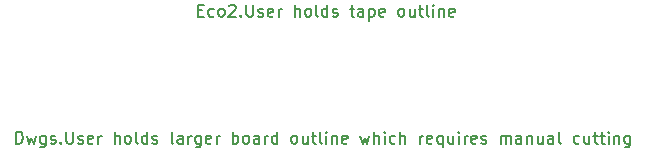
<source format=gbr>
%TF.GenerationSoftware,KiCad,Pcbnew,(5.1.6)-1*%
%TF.CreationDate,2020-09-29T11:24:49-07:00*%
%TF.ProjectId,Miniscope-v4-VDD-PIX-FC,4d696e69-7363-46f7-9065-2d76342d5644,rev?*%
%TF.SameCoordinates,Original*%
%TF.FileFunction,Other,Comment*%
%FSLAX46Y46*%
G04 Gerber Fmt 4.6, Leading zero omitted, Abs format (unit mm)*
G04 Created by KiCad (PCBNEW (5.1.6)-1) date 2020-09-29 11:24:49*
%MOMM*%
%LPD*%
G01*
G04 APERTURE LIST*
%ADD10C,0.150000*%
G04 APERTURE END LIST*
D10*
X121875409Y-104279980D02*
X121875409Y-103279980D01*
X122113504Y-103279980D01*
X122256361Y-103327600D01*
X122351600Y-103422838D01*
X122399219Y-103518076D01*
X122446838Y-103708552D01*
X122446838Y-103851409D01*
X122399219Y-104041885D01*
X122351600Y-104137123D01*
X122256361Y-104232361D01*
X122113504Y-104279980D01*
X121875409Y-104279980D01*
X122780171Y-103613314D02*
X122970647Y-104279980D01*
X123161123Y-103803790D01*
X123351600Y-104279980D01*
X123542076Y-103613314D01*
X124351600Y-103613314D02*
X124351600Y-104422838D01*
X124303980Y-104518076D01*
X124256361Y-104565695D01*
X124161123Y-104613314D01*
X124018266Y-104613314D01*
X123923028Y-104565695D01*
X124351600Y-104232361D02*
X124256361Y-104279980D01*
X124065885Y-104279980D01*
X123970647Y-104232361D01*
X123923028Y-104184742D01*
X123875409Y-104089504D01*
X123875409Y-103803790D01*
X123923028Y-103708552D01*
X123970647Y-103660933D01*
X124065885Y-103613314D01*
X124256361Y-103613314D01*
X124351600Y-103660933D01*
X124780171Y-104232361D02*
X124875409Y-104279980D01*
X125065885Y-104279980D01*
X125161123Y-104232361D01*
X125208742Y-104137123D01*
X125208742Y-104089504D01*
X125161123Y-103994266D01*
X125065885Y-103946647D01*
X124923028Y-103946647D01*
X124827790Y-103899028D01*
X124780171Y-103803790D01*
X124780171Y-103756171D01*
X124827790Y-103660933D01*
X124923028Y-103613314D01*
X125065885Y-103613314D01*
X125161123Y-103660933D01*
X125637314Y-104184742D02*
X125684933Y-104232361D01*
X125637314Y-104279980D01*
X125589695Y-104232361D01*
X125637314Y-104184742D01*
X125637314Y-104279980D01*
X126113504Y-103279980D02*
X126113504Y-104089504D01*
X126161123Y-104184742D01*
X126208742Y-104232361D01*
X126303980Y-104279980D01*
X126494457Y-104279980D01*
X126589695Y-104232361D01*
X126637314Y-104184742D01*
X126684933Y-104089504D01*
X126684933Y-103279980D01*
X127113504Y-104232361D02*
X127208742Y-104279980D01*
X127399219Y-104279980D01*
X127494457Y-104232361D01*
X127542076Y-104137123D01*
X127542076Y-104089504D01*
X127494457Y-103994266D01*
X127399219Y-103946647D01*
X127256361Y-103946647D01*
X127161123Y-103899028D01*
X127113504Y-103803790D01*
X127113504Y-103756171D01*
X127161123Y-103660933D01*
X127256361Y-103613314D01*
X127399219Y-103613314D01*
X127494457Y-103660933D01*
X128351600Y-104232361D02*
X128256361Y-104279980D01*
X128065885Y-104279980D01*
X127970647Y-104232361D01*
X127923028Y-104137123D01*
X127923028Y-103756171D01*
X127970647Y-103660933D01*
X128065885Y-103613314D01*
X128256361Y-103613314D01*
X128351600Y-103660933D01*
X128399219Y-103756171D01*
X128399219Y-103851409D01*
X127923028Y-103946647D01*
X128827790Y-104279980D02*
X128827790Y-103613314D01*
X128827790Y-103803790D02*
X128875409Y-103708552D01*
X128923028Y-103660933D01*
X129018266Y-103613314D01*
X129113504Y-103613314D01*
X130208742Y-104279980D02*
X130208742Y-103279980D01*
X130637314Y-104279980D02*
X130637314Y-103756171D01*
X130589695Y-103660933D01*
X130494457Y-103613314D01*
X130351600Y-103613314D01*
X130256361Y-103660933D01*
X130208742Y-103708552D01*
X131256361Y-104279980D02*
X131161123Y-104232361D01*
X131113504Y-104184742D01*
X131065885Y-104089504D01*
X131065885Y-103803790D01*
X131113504Y-103708552D01*
X131161123Y-103660933D01*
X131256361Y-103613314D01*
X131399219Y-103613314D01*
X131494457Y-103660933D01*
X131542076Y-103708552D01*
X131589695Y-103803790D01*
X131589695Y-104089504D01*
X131542076Y-104184742D01*
X131494457Y-104232361D01*
X131399219Y-104279980D01*
X131256361Y-104279980D01*
X132161123Y-104279980D02*
X132065885Y-104232361D01*
X132018266Y-104137123D01*
X132018266Y-103279980D01*
X132970647Y-104279980D02*
X132970647Y-103279980D01*
X132970647Y-104232361D02*
X132875409Y-104279980D01*
X132684933Y-104279980D01*
X132589695Y-104232361D01*
X132542076Y-104184742D01*
X132494457Y-104089504D01*
X132494457Y-103803790D01*
X132542076Y-103708552D01*
X132589695Y-103660933D01*
X132684933Y-103613314D01*
X132875409Y-103613314D01*
X132970647Y-103660933D01*
X133399219Y-104232361D02*
X133494457Y-104279980D01*
X133684933Y-104279980D01*
X133780171Y-104232361D01*
X133827790Y-104137123D01*
X133827790Y-104089504D01*
X133780171Y-103994266D01*
X133684933Y-103946647D01*
X133542076Y-103946647D01*
X133446838Y-103899028D01*
X133399219Y-103803790D01*
X133399219Y-103756171D01*
X133446838Y-103660933D01*
X133542076Y-103613314D01*
X133684933Y-103613314D01*
X133780171Y-103660933D01*
X135161123Y-104279980D02*
X135065885Y-104232361D01*
X135018266Y-104137123D01*
X135018266Y-103279980D01*
X135970647Y-104279980D02*
X135970647Y-103756171D01*
X135923028Y-103660933D01*
X135827790Y-103613314D01*
X135637314Y-103613314D01*
X135542076Y-103660933D01*
X135970647Y-104232361D02*
X135875409Y-104279980D01*
X135637314Y-104279980D01*
X135542076Y-104232361D01*
X135494457Y-104137123D01*
X135494457Y-104041885D01*
X135542076Y-103946647D01*
X135637314Y-103899028D01*
X135875409Y-103899028D01*
X135970647Y-103851409D01*
X136446838Y-104279980D02*
X136446838Y-103613314D01*
X136446838Y-103803790D02*
X136494457Y-103708552D01*
X136542076Y-103660933D01*
X136637314Y-103613314D01*
X136732552Y-103613314D01*
X137494457Y-103613314D02*
X137494457Y-104422838D01*
X137446838Y-104518076D01*
X137399219Y-104565695D01*
X137303980Y-104613314D01*
X137161123Y-104613314D01*
X137065885Y-104565695D01*
X137494457Y-104232361D02*
X137399219Y-104279980D01*
X137208742Y-104279980D01*
X137113504Y-104232361D01*
X137065885Y-104184742D01*
X137018266Y-104089504D01*
X137018266Y-103803790D01*
X137065885Y-103708552D01*
X137113504Y-103660933D01*
X137208742Y-103613314D01*
X137399219Y-103613314D01*
X137494457Y-103660933D01*
X138351600Y-104232361D02*
X138256361Y-104279980D01*
X138065885Y-104279980D01*
X137970647Y-104232361D01*
X137923028Y-104137123D01*
X137923028Y-103756171D01*
X137970647Y-103660933D01*
X138065885Y-103613314D01*
X138256361Y-103613314D01*
X138351600Y-103660933D01*
X138399219Y-103756171D01*
X138399219Y-103851409D01*
X137923028Y-103946647D01*
X138827790Y-104279980D02*
X138827790Y-103613314D01*
X138827790Y-103803790D02*
X138875409Y-103708552D01*
X138923028Y-103660933D01*
X139018266Y-103613314D01*
X139113504Y-103613314D01*
X140208742Y-104279980D02*
X140208742Y-103279980D01*
X140208742Y-103660933D02*
X140303980Y-103613314D01*
X140494457Y-103613314D01*
X140589695Y-103660933D01*
X140637314Y-103708552D01*
X140684933Y-103803790D01*
X140684933Y-104089504D01*
X140637314Y-104184742D01*
X140589695Y-104232361D01*
X140494457Y-104279980D01*
X140303980Y-104279980D01*
X140208742Y-104232361D01*
X141256361Y-104279980D02*
X141161123Y-104232361D01*
X141113504Y-104184742D01*
X141065885Y-104089504D01*
X141065885Y-103803790D01*
X141113504Y-103708552D01*
X141161123Y-103660933D01*
X141256361Y-103613314D01*
X141399219Y-103613314D01*
X141494457Y-103660933D01*
X141542076Y-103708552D01*
X141589695Y-103803790D01*
X141589695Y-104089504D01*
X141542076Y-104184742D01*
X141494457Y-104232361D01*
X141399219Y-104279980D01*
X141256361Y-104279980D01*
X142446838Y-104279980D02*
X142446838Y-103756171D01*
X142399219Y-103660933D01*
X142303980Y-103613314D01*
X142113504Y-103613314D01*
X142018266Y-103660933D01*
X142446838Y-104232361D02*
X142351600Y-104279980D01*
X142113504Y-104279980D01*
X142018266Y-104232361D01*
X141970647Y-104137123D01*
X141970647Y-104041885D01*
X142018266Y-103946647D01*
X142113504Y-103899028D01*
X142351600Y-103899028D01*
X142446838Y-103851409D01*
X142923028Y-104279980D02*
X142923028Y-103613314D01*
X142923028Y-103803790D02*
X142970647Y-103708552D01*
X143018266Y-103660933D01*
X143113504Y-103613314D01*
X143208742Y-103613314D01*
X143970647Y-104279980D02*
X143970647Y-103279980D01*
X143970647Y-104232361D02*
X143875409Y-104279980D01*
X143684933Y-104279980D01*
X143589695Y-104232361D01*
X143542076Y-104184742D01*
X143494457Y-104089504D01*
X143494457Y-103803790D01*
X143542076Y-103708552D01*
X143589695Y-103660933D01*
X143684933Y-103613314D01*
X143875409Y-103613314D01*
X143970647Y-103660933D01*
X145351600Y-104279980D02*
X145256361Y-104232361D01*
X145208742Y-104184742D01*
X145161123Y-104089504D01*
X145161123Y-103803790D01*
X145208742Y-103708552D01*
X145256361Y-103660933D01*
X145351600Y-103613314D01*
X145494457Y-103613314D01*
X145589695Y-103660933D01*
X145637314Y-103708552D01*
X145684933Y-103803790D01*
X145684933Y-104089504D01*
X145637314Y-104184742D01*
X145589695Y-104232361D01*
X145494457Y-104279980D01*
X145351600Y-104279980D01*
X146542076Y-103613314D02*
X146542076Y-104279980D01*
X146113504Y-103613314D02*
X146113504Y-104137123D01*
X146161123Y-104232361D01*
X146256361Y-104279980D01*
X146399219Y-104279980D01*
X146494457Y-104232361D01*
X146542076Y-104184742D01*
X146875409Y-103613314D02*
X147256361Y-103613314D01*
X147018266Y-103279980D02*
X147018266Y-104137123D01*
X147065885Y-104232361D01*
X147161123Y-104279980D01*
X147256361Y-104279980D01*
X147732552Y-104279980D02*
X147637314Y-104232361D01*
X147589695Y-104137123D01*
X147589695Y-103279980D01*
X148113504Y-104279980D02*
X148113504Y-103613314D01*
X148113504Y-103279980D02*
X148065885Y-103327600D01*
X148113504Y-103375219D01*
X148161123Y-103327600D01*
X148113504Y-103279980D01*
X148113504Y-103375219D01*
X148589695Y-103613314D02*
X148589695Y-104279980D01*
X148589695Y-103708552D02*
X148637314Y-103660933D01*
X148732552Y-103613314D01*
X148875409Y-103613314D01*
X148970647Y-103660933D01*
X149018266Y-103756171D01*
X149018266Y-104279980D01*
X149875409Y-104232361D02*
X149780171Y-104279980D01*
X149589695Y-104279980D01*
X149494457Y-104232361D01*
X149446838Y-104137123D01*
X149446838Y-103756171D01*
X149494457Y-103660933D01*
X149589695Y-103613314D01*
X149780171Y-103613314D01*
X149875409Y-103660933D01*
X149923028Y-103756171D01*
X149923028Y-103851409D01*
X149446838Y-103946647D01*
X151018266Y-103613314D02*
X151208742Y-104279980D01*
X151399219Y-103803790D01*
X151589695Y-104279980D01*
X151780171Y-103613314D01*
X152161123Y-104279980D02*
X152161123Y-103279980D01*
X152589695Y-104279980D02*
X152589695Y-103756171D01*
X152542076Y-103660933D01*
X152446838Y-103613314D01*
X152303980Y-103613314D01*
X152208742Y-103660933D01*
X152161123Y-103708552D01*
X153065885Y-104279980D02*
X153065885Y-103613314D01*
X153065885Y-103279980D02*
X153018266Y-103327600D01*
X153065885Y-103375219D01*
X153113504Y-103327600D01*
X153065885Y-103279980D01*
X153065885Y-103375219D01*
X153970647Y-104232361D02*
X153875409Y-104279980D01*
X153684933Y-104279980D01*
X153589695Y-104232361D01*
X153542076Y-104184742D01*
X153494457Y-104089504D01*
X153494457Y-103803790D01*
X153542076Y-103708552D01*
X153589695Y-103660933D01*
X153684933Y-103613314D01*
X153875409Y-103613314D01*
X153970647Y-103660933D01*
X154399219Y-104279980D02*
X154399219Y-103279980D01*
X154827790Y-104279980D02*
X154827790Y-103756171D01*
X154780171Y-103660933D01*
X154684933Y-103613314D01*
X154542076Y-103613314D01*
X154446838Y-103660933D01*
X154399219Y-103708552D01*
X156065885Y-104279980D02*
X156065885Y-103613314D01*
X156065885Y-103803790D02*
X156113504Y-103708552D01*
X156161123Y-103660933D01*
X156256361Y-103613314D01*
X156351600Y-103613314D01*
X157065885Y-104232361D02*
X156970647Y-104279980D01*
X156780171Y-104279980D01*
X156684933Y-104232361D01*
X156637314Y-104137123D01*
X156637314Y-103756171D01*
X156684933Y-103660933D01*
X156780171Y-103613314D01*
X156970647Y-103613314D01*
X157065885Y-103660933D01*
X157113504Y-103756171D01*
X157113504Y-103851409D01*
X156637314Y-103946647D01*
X157970647Y-103613314D02*
X157970647Y-104613314D01*
X157970647Y-104232361D02*
X157875409Y-104279980D01*
X157684933Y-104279980D01*
X157589695Y-104232361D01*
X157542076Y-104184742D01*
X157494457Y-104089504D01*
X157494457Y-103803790D01*
X157542076Y-103708552D01*
X157589695Y-103660933D01*
X157684933Y-103613314D01*
X157875409Y-103613314D01*
X157970647Y-103660933D01*
X158875409Y-103613314D02*
X158875409Y-104279980D01*
X158446838Y-103613314D02*
X158446838Y-104137123D01*
X158494457Y-104232361D01*
X158589695Y-104279980D01*
X158732552Y-104279980D01*
X158827790Y-104232361D01*
X158875409Y-104184742D01*
X159351600Y-104279980D02*
X159351600Y-103613314D01*
X159351600Y-103279980D02*
X159303980Y-103327600D01*
X159351600Y-103375219D01*
X159399219Y-103327600D01*
X159351600Y-103279980D01*
X159351600Y-103375219D01*
X159827790Y-104279980D02*
X159827790Y-103613314D01*
X159827790Y-103803790D02*
X159875409Y-103708552D01*
X159923028Y-103660933D01*
X160018266Y-103613314D01*
X160113504Y-103613314D01*
X160827790Y-104232361D02*
X160732552Y-104279980D01*
X160542076Y-104279980D01*
X160446838Y-104232361D01*
X160399219Y-104137123D01*
X160399219Y-103756171D01*
X160446838Y-103660933D01*
X160542076Y-103613314D01*
X160732552Y-103613314D01*
X160827790Y-103660933D01*
X160875409Y-103756171D01*
X160875409Y-103851409D01*
X160399219Y-103946647D01*
X161256361Y-104232361D02*
X161351600Y-104279980D01*
X161542076Y-104279980D01*
X161637314Y-104232361D01*
X161684933Y-104137123D01*
X161684933Y-104089504D01*
X161637314Y-103994266D01*
X161542076Y-103946647D01*
X161399219Y-103946647D01*
X161303980Y-103899028D01*
X161256361Y-103803790D01*
X161256361Y-103756171D01*
X161303980Y-103660933D01*
X161399219Y-103613314D01*
X161542076Y-103613314D01*
X161637314Y-103660933D01*
X162875409Y-104279980D02*
X162875409Y-103613314D01*
X162875409Y-103708552D02*
X162923028Y-103660933D01*
X163018266Y-103613314D01*
X163161123Y-103613314D01*
X163256361Y-103660933D01*
X163303980Y-103756171D01*
X163303980Y-104279980D01*
X163303980Y-103756171D02*
X163351600Y-103660933D01*
X163446838Y-103613314D01*
X163589695Y-103613314D01*
X163684933Y-103660933D01*
X163732552Y-103756171D01*
X163732552Y-104279980D01*
X164637314Y-104279980D02*
X164637314Y-103756171D01*
X164589695Y-103660933D01*
X164494457Y-103613314D01*
X164303980Y-103613314D01*
X164208742Y-103660933D01*
X164637314Y-104232361D02*
X164542076Y-104279980D01*
X164303980Y-104279980D01*
X164208742Y-104232361D01*
X164161123Y-104137123D01*
X164161123Y-104041885D01*
X164208742Y-103946647D01*
X164303980Y-103899028D01*
X164542076Y-103899028D01*
X164637314Y-103851409D01*
X165113504Y-103613314D02*
X165113504Y-104279980D01*
X165113504Y-103708552D02*
X165161123Y-103660933D01*
X165256361Y-103613314D01*
X165399219Y-103613314D01*
X165494457Y-103660933D01*
X165542076Y-103756171D01*
X165542076Y-104279980D01*
X166446838Y-103613314D02*
X166446838Y-104279980D01*
X166018266Y-103613314D02*
X166018266Y-104137123D01*
X166065885Y-104232361D01*
X166161123Y-104279980D01*
X166303980Y-104279980D01*
X166399219Y-104232361D01*
X166446838Y-104184742D01*
X167351599Y-104279980D02*
X167351599Y-103756171D01*
X167303980Y-103660933D01*
X167208742Y-103613314D01*
X167018266Y-103613314D01*
X166923028Y-103660933D01*
X167351599Y-104232361D02*
X167256361Y-104279980D01*
X167018266Y-104279980D01*
X166923028Y-104232361D01*
X166875409Y-104137123D01*
X166875409Y-104041885D01*
X166923028Y-103946647D01*
X167018266Y-103899028D01*
X167256361Y-103899028D01*
X167351599Y-103851409D01*
X167970647Y-104279980D02*
X167875409Y-104232361D01*
X167827790Y-104137123D01*
X167827790Y-103279980D01*
X169542076Y-104232361D02*
X169446838Y-104279980D01*
X169256361Y-104279980D01*
X169161123Y-104232361D01*
X169113504Y-104184742D01*
X169065885Y-104089504D01*
X169065885Y-103803790D01*
X169113504Y-103708552D01*
X169161123Y-103660933D01*
X169256361Y-103613314D01*
X169446838Y-103613314D01*
X169542076Y-103660933D01*
X170399219Y-103613314D02*
X170399219Y-104279980D01*
X169970647Y-103613314D02*
X169970647Y-104137123D01*
X170018266Y-104232361D01*
X170113504Y-104279980D01*
X170256361Y-104279980D01*
X170351599Y-104232361D01*
X170399219Y-104184742D01*
X170732552Y-103613314D02*
X171113504Y-103613314D01*
X170875409Y-103279980D02*
X170875409Y-104137123D01*
X170923028Y-104232361D01*
X171018266Y-104279980D01*
X171113504Y-104279980D01*
X171303980Y-103613314D02*
X171684933Y-103613314D01*
X171446838Y-103279980D02*
X171446838Y-104137123D01*
X171494457Y-104232361D01*
X171589695Y-104279980D01*
X171684933Y-104279980D01*
X172018266Y-104279980D02*
X172018266Y-103613314D01*
X172018266Y-103279980D02*
X171970647Y-103327600D01*
X172018266Y-103375219D01*
X172065885Y-103327600D01*
X172018266Y-103279980D01*
X172018266Y-103375219D01*
X172494457Y-103613314D02*
X172494457Y-104279980D01*
X172494457Y-103708552D02*
X172542076Y-103660933D01*
X172637314Y-103613314D01*
X172780171Y-103613314D01*
X172875409Y-103660933D01*
X172923028Y-103756171D01*
X172923028Y-104279980D01*
X173827790Y-103613314D02*
X173827790Y-104422838D01*
X173780171Y-104518076D01*
X173732552Y-104565695D01*
X173637314Y-104613314D01*
X173494457Y-104613314D01*
X173399219Y-104565695D01*
X173827790Y-104232361D02*
X173732552Y-104279980D01*
X173542076Y-104279980D01*
X173446838Y-104232361D01*
X173399219Y-104184742D01*
X173351600Y-104089504D01*
X173351600Y-103803790D01*
X173399219Y-103708552D01*
X173446838Y-103660933D01*
X173542076Y-103613314D01*
X173732552Y-103613314D01*
X173827790Y-103660933D01*
X137268266Y-93006171D02*
X137601600Y-93006171D01*
X137744457Y-93529980D02*
X137268266Y-93529980D01*
X137268266Y-92529980D01*
X137744457Y-92529980D01*
X138601600Y-93482361D02*
X138506361Y-93529980D01*
X138315885Y-93529980D01*
X138220647Y-93482361D01*
X138173028Y-93434742D01*
X138125409Y-93339504D01*
X138125409Y-93053790D01*
X138173028Y-92958552D01*
X138220647Y-92910933D01*
X138315885Y-92863314D01*
X138506361Y-92863314D01*
X138601600Y-92910933D01*
X139173028Y-93529980D02*
X139077790Y-93482361D01*
X139030171Y-93434742D01*
X138982552Y-93339504D01*
X138982552Y-93053790D01*
X139030171Y-92958552D01*
X139077790Y-92910933D01*
X139173028Y-92863314D01*
X139315885Y-92863314D01*
X139411123Y-92910933D01*
X139458742Y-92958552D01*
X139506361Y-93053790D01*
X139506361Y-93339504D01*
X139458742Y-93434742D01*
X139411123Y-93482361D01*
X139315885Y-93529980D01*
X139173028Y-93529980D01*
X139887314Y-92625219D02*
X139934933Y-92577600D01*
X140030171Y-92529980D01*
X140268266Y-92529980D01*
X140363504Y-92577600D01*
X140411123Y-92625219D01*
X140458742Y-92720457D01*
X140458742Y-92815695D01*
X140411123Y-92958552D01*
X139839695Y-93529980D01*
X140458742Y-93529980D01*
X140887314Y-93434742D02*
X140934933Y-93482361D01*
X140887314Y-93529980D01*
X140839695Y-93482361D01*
X140887314Y-93434742D01*
X140887314Y-93529980D01*
X141363504Y-92529980D02*
X141363504Y-93339504D01*
X141411123Y-93434742D01*
X141458742Y-93482361D01*
X141553980Y-93529980D01*
X141744457Y-93529980D01*
X141839695Y-93482361D01*
X141887314Y-93434742D01*
X141934933Y-93339504D01*
X141934933Y-92529980D01*
X142363504Y-93482361D02*
X142458742Y-93529980D01*
X142649219Y-93529980D01*
X142744457Y-93482361D01*
X142792076Y-93387123D01*
X142792076Y-93339504D01*
X142744457Y-93244266D01*
X142649219Y-93196647D01*
X142506361Y-93196647D01*
X142411123Y-93149028D01*
X142363504Y-93053790D01*
X142363504Y-93006171D01*
X142411123Y-92910933D01*
X142506361Y-92863314D01*
X142649219Y-92863314D01*
X142744457Y-92910933D01*
X143601600Y-93482361D02*
X143506361Y-93529980D01*
X143315885Y-93529980D01*
X143220647Y-93482361D01*
X143173028Y-93387123D01*
X143173028Y-93006171D01*
X143220647Y-92910933D01*
X143315885Y-92863314D01*
X143506361Y-92863314D01*
X143601600Y-92910933D01*
X143649219Y-93006171D01*
X143649219Y-93101409D01*
X143173028Y-93196647D01*
X144077790Y-93529980D02*
X144077790Y-92863314D01*
X144077790Y-93053790D02*
X144125409Y-92958552D01*
X144173028Y-92910933D01*
X144268266Y-92863314D01*
X144363504Y-92863314D01*
X145458742Y-93529980D02*
X145458742Y-92529980D01*
X145887314Y-93529980D02*
X145887314Y-93006171D01*
X145839695Y-92910933D01*
X145744457Y-92863314D01*
X145601600Y-92863314D01*
X145506361Y-92910933D01*
X145458742Y-92958552D01*
X146506361Y-93529980D02*
X146411123Y-93482361D01*
X146363504Y-93434742D01*
X146315885Y-93339504D01*
X146315885Y-93053790D01*
X146363504Y-92958552D01*
X146411123Y-92910933D01*
X146506361Y-92863314D01*
X146649219Y-92863314D01*
X146744457Y-92910933D01*
X146792076Y-92958552D01*
X146839695Y-93053790D01*
X146839695Y-93339504D01*
X146792076Y-93434742D01*
X146744457Y-93482361D01*
X146649219Y-93529980D01*
X146506361Y-93529980D01*
X147411123Y-93529980D02*
X147315885Y-93482361D01*
X147268266Y-93387123D01*
X147268266Y-92529980D01*
X148220647Y-93529980D02*
X148220647Y-92529980D01*
X148220647Y-93482361D02*
X148125409Y-93529980D01*
X147934933Y-93529980D01*
X147839695Y-93482361D01*
X147792076Y-93434742D01*
X147744457Y-93339504D01*
X147744457Y-93053790D01*
X147792076Y-92958552D01*
X147839695Y-92910933D01*
X147934933Y-92863314D01*
X148125409Y-92863314D01*
X148220647Y-92910933D01*
X148649219Y-93482361D02*
X148744457Y-93529980D01*
X148934933Y-93529980D01*
X149030171Y-93482361D01*
X149077790Y-93387123D01*
X149077790Y-93339504D01*
X149030171Y-93244266D01*
X148934933Y-93196647D01*
X148792076Y-93196647D01*
X148696838Y-93149028D01*
X148649219Y-93053790D01*
X148649219Y-93006171D01*
X148696838Y-92910933D01*
X148792076Y-92863314D01*
X148934933Y-92863314D01*
X149030171Y-92910933D01*
X150125409Y-92863314D02*
X150506361Y-92863314D01*
X150268266Y-92529980D02*
X150268266Y-93387123D01*
X150315885Y-93482361D01*
X150411123Y-93529980D01*
X150506361Y-93529980D01*
X151268266Y-93529980D02*
X151268266Y-93006171D01*
X151220647Y-92910933D01*
X151125409Y-92863314D01*
X150934933Y-92863314D01*
X150839695Y-92910933D01*
X151268266Y-93482361D02*
X151173028Y-93529980D01*
X150934933Y-93529980D01*
X150839695Y-93482361D01*
X150792076Y-93387123D01*
X150792076Y-93291885D01*
X150839695Y-93196647D01*
X150934933Y-93149028D01*
X151173028Y-93149028D01*
X151268266Y-93101409D01*
X151744457Y-92863314D02*
X151744457Y-93863314D01*
X151744457Y-92910933D02*
X151839695Y-92863314D01*
X152030171Y-92863314D01*
X152125409Y-92910933D01*
X152173028Y-92958552D01*
X152220647Y-93053790D01*
X152220647Y-93339504D01*
X152173028Y-93434742D01*
X152125409Y-93482361D01*
X152030171Y-93529980D01*
X151839695Y-93529980D01*
X151744457Y-93482361D01*
X153030171Y-93482361D02*
X152934933Y-93529980D01*
X152744457Y-93529980D01*
X152649219Y-93482361D01*
X152601600Y-93387123D01*
X152601600Y-93006171D01*
X152649219Y-92910933D01*
X152744457Y-92863314D01*
X152934933Y-92863314D01*
X153030171Y-92910933D01*
X153077790Y-93006171D01*
X153077790Y-93101409D01*
X152601600Y-93196647D01*
X154411123Y-93529980D02*
X154315885Y-93482361D01*
X154268266Y-93434742D01*
X154220647Y-93339504D01*
X154220647Y-93053790D01*
X154268266Y-92958552D01*
X154315885Y-92910933D01*
X154411123Y-92863314D01*
X154553980Y-92863314D01*
X154649219Y-92910933D01*
X154696838Y-92958552D01*
X154744457Y-93053790D01*
X154744457Y-93339504D01*
X154696838Y-93434742D01*
X154649219Y-93482361D01*
X154553980Y-93529980D01*
X154411123Y-93529980D01*
X155601600Y-92863314D02*
X155601600Y-93529980D01*
X155173028Y-92863314D02*
X155173028Y-93387123D01*
X155220647Y-93482361D01*
X155315885Y-93529980D01*
X155458742Y-93529980D01*
X155553980Y-93482361D01*
X155601600Y-93434742D01*
X155934933Y-92863314D02*
X156315885Y-92863314D01*
X156077790Y-92529980D02*
X156077790Y-93387123D01*
X156125409Y-93482361D01*
X156220647Y-93529980D01*
X156315885Y-93529980D01*
X156792076Y-93529980D02*
X156696838Y-93482361D01*
X156649219Y-93387123D01*
X156649219Y-92529980D01*
X157173028Y-93529980D02*
X157173028Y-92863314D01*
X157173028Y-92529980D02*
X157125409Y-92577600D01*
X157173028Y-92625219D01*
X157220647Y-92577600D01*
X157173028Y-92529980D01*
X157173028Y-92625219D01*
X157649219Y-92863314D02*
X157649219Y-93529980D01*
X157649219Y-92958552D02*
X157696838Y-92910933D01*
X157792076Y-92863314D01*
X157934933Y-92863314D01*
X158030171Y-92910933D01*
X158077790Y-93006171D01*
X158077790Y-93529980D01*
X158934933Y-93482361D02*
X158839695Y-93529980D01*
X158649219Y-93529980D01*
X158553980Y-93482361D01*
X158506361Y-93387123D01*
X158506361Y-93006171D01*
X158553980Y-92910933D01*
X158649219Y-92863314D01*
X158839695Y-92863314D01*
X158934933Y-92910933D01*
X158982552Y-93006171D01*
X158982552Y-93101409D01*
X158506361Y-93196647D01*
M02*

</source>
